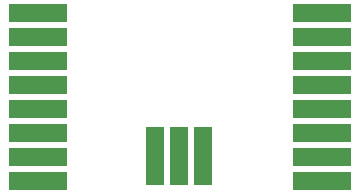
<source format=gbr>
%TF.GenerationSoftware,KiCad,Pcbnew,(5.1.10)-1*%
%TF.CreationDate,2022-02-27T18:22:25-05:00*%
%TF.ProjectId,chunair_core,6368756e-6169-4725-9f63-6f72652e6b69,rev?*%
%TF.SameCoordinates,Original*%
%TF.FileFunction,Paste,Top*%
%TF.FilePolarity,Positive*%
%FSLAX46Y46*%
G04 Gerber Fmt 4.6, Leading zero omitted, Abs format (unit mm)*
G04 Created by KiCad (PCBNEW (5.1.10)-1) date 2022-02-27 18:22:25*
%MOMM*%
%LPD*%
G01*
G04 APERTURE LIST*
%ADD10R,1.500000X5.000000*%
%ADD11R,5.000000X1.500000*%
G04 APERTURE END LIST*
D10*
%TO.C,J3*%
X149936000Y-95000000D03*
X151968000Y-95000000D03*
X147904000Y-95000000D03*
%TD*%
D11*
%TO.C,J2*%
X162000000Y-97128000D03*
X162000000Y-95096000D03*
X162000000Y-89000000D03*
X162000000Y-91032000D03*
X162000000Y-93064000D03*
X162000000Y-84936000D03*
X162000000Y-86968000D03*
X162000000Y-82904000D03*
%TD*%
%TO.C,J1*%
X138000000Y-97128000D03*
X138000000Y-95096000D03*
X138000000Y-89000000D03*
X138000000Y-91032000D03*
X138000000Y-93064000D03*
X138000000Y-84936000D03*
X138000000Y-86968000D03*
X138000000Y-82904000D03*
%TD*%
M02*

</source>
